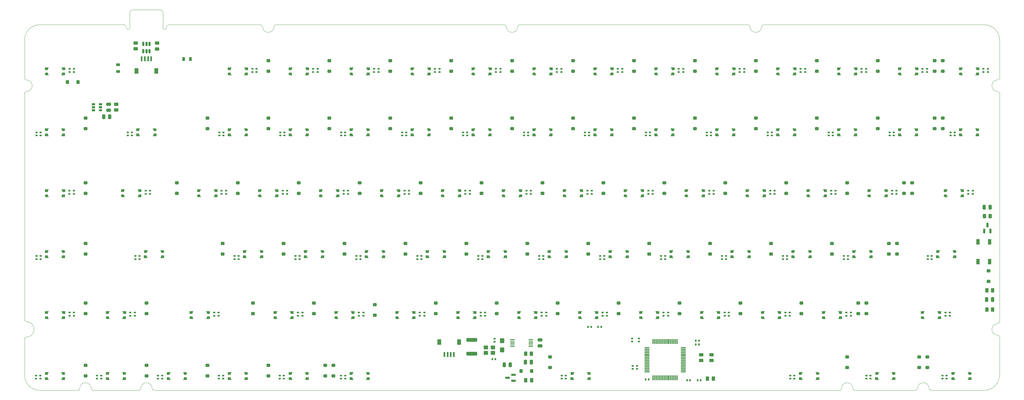
<source format=gtp>
%TF.GenerationSoftware,KiCad,Pcbnew,(6.0.2-0)*%
%TF.CreationDate,2022-05-09T13:33:41+07:00*%
%TF.ProjectId,kb-lone,6b622d6c-6f6e-4652-9e6b-696361645f70,rev?*%
%TF.SameCoordinates,Original*%
%TF.FileFunction,Paste,Top*%
%TF.FilePolarity,Positive*%
%FSLAX46Y46*%
G04 Gerber Fmt 4.6, Leading zero omitted, Abs format (unit mm)*
G04 Created by KiCad (PCBNEW (6.0.2-0)) date 2022-05-09 13:33:41*
%MOMM*%
%LPD*%
G01*
G04 APERTURE LIST*
G04 Aperture macros list*
%AMRoundRect*
0 Rectangle with rounded corners*
0 $1 Rounding radius*
0 $2 $3 $4 $5 $6 $7 $8 $9 X,Y pos of 4 corners*
0 Add a 4 corners polygon primitive as box body*
4,1,4,$2,$3,$4,$5,$6,$7,$8,$9,$2,$3,0*
0 Add four circle primitives for the rounded corners*
1,1,$1+$1,$2,$3*
1,1,$1+$1,$4,$5*
1,1,$1+$1,$6,$7*
1,1,$1+$1,$8,$9*
0 Add four rect primitives between the rounded corners*
20,1,$1+$1,$2,$3,$4,$5,0*
20,1,$1+$1,$4,$5,$6,$7,0*
20,1,$1+$1,$6,$7,$8,$9,0*
20,1,$1+$1,$8,$9,$2,$3,0*%
%AMOutline4P*
0 Free polygon, 4 corners , with rotation*
0 The origin of the aperture is its center*
0 number of corners: always 4*
0 $1 to $8 corner X, Y*
0 $9 Rotation angle, in degrees counterclockwise*
0 create outline with 4 corners*
4,1,4,$1,$2,$3,$4,$5,$6,$7,$8,$1,$2,$9*%
%AMFreePoly0*
4,1,34,0.539142,0.394142,0.545000,0.380000,0.545000,-0.380000,0.542091,-0.387023,0.539183,-0.394101,0.539154,-0.394113,0.539142,-0.394142,0.532183,-0.397025,0.525059,-0.400000,-0.345813,-0.402541,-0.359972,-0.396724,-0.365871,-0.382599,-0.363699,-0.377313,-0.368760,-0.369759,-0.367711,-0.364454,-0.414942,-0.174744,-0.481229,0.014483,-0.564791,0.196743,-0.661662,0.364831,-0.664142,0.365858,
-0.665002,0.367933,-0.666846,0.369219,-0.667839,0.374782,-0.670000,0.380000,-0.669140,0.382076,-0.669535,0.384289,-0.666303,0.388925,-0.664142,0.394142,-0.662067,0.395002,-0.660781,0.396846,-0.655218,0.397839,-0.650000,0.400000,0.525000,0.400000,0.539142,0.394142,0.539142,0.394142,$1*%
%AMFreePoly1*
4,1,32,0.525059,0.400000,0.532183,0.397025,0.539142,0.394142,0.539154,0.394113,0.539183,0.394101,0.542091,0.387023,0.545000,0.380000,0.545000,-0.380000,0.539142,-0.394142,0.525000,-0.400000,-0.650000,-0.400000,-0.664142,-0.394142,-0.670000,-0.380000,-0.664142,-0.365858,-0.650000,-0.360000,-0.639861,-0.360000,-0.627387,-0.335053,-0.633503,-0.326842,-0.631289,-0.311695,-0.627394,-0.308794,
-0.540619,-0.147849,-0.466348,0.024138,-0.407272,0.201919,-0.364878,0.379782,-0.365041,0.380580,-0.365871,0.382599,-0.365592,0.383267,-0.365853,0.384541,-0.363693,0.387815,-0.359972,0.396724,-0.345813,0.402541,0.525059,0.400000,0.525059,0.400000,$1*%
%AMFreePoly2*
4,1,40,0.319736,0.407785,0.429772,0.357533,0.521194,0.278316,0.586594,0.176551,0.620674,0.060484,0.620674,-0.060484,0.586594,-0.176551,0.521194,-0.278316,0.429772,-0.357533,0.319736,-0.407785,0.200000,-0.425000,-0.275000,-0.425000,-0.292678,-0.417678,-0.300000,-0.400000,-0.292678,-0.382322,-0.278880,-0.376607,-0.280099,-0.372951,-0.298540,-0.369290,-0.309176,-0.353385,-0.308174,-0.348337,
-0.354540,-0.159172,-0.418747,0.029739,-0.499175,0.212334,-0.592457,0.382209,-0.592678,0.382301,-0.593020,0.383126,-0.597072,0.386095,-0.598748,0.396955,-0.600000,0.399978,-0.599427,0.401360,-0.599990,0.405006,-0.595222,0.411514,-0.592678,0.417657,-0.589869,0.418820,-0.588682,0.420441,-0.584339,0.421111,-0.575001,0.424979,0.199999,0.425000,0.200000,0.425000,0.319736,0.407785,
0.319736,0.407785,$1*%
%AMFreePoly3*
4,1,32,0.525059,0.400000,0.532183,0.397025,0.539142,0.394142,0.539154,0.394113,0.539183,0.394101,0.542091,0.387023,0.545000,0.380000,0.545000,-0.380000,0.539142,-0.394142,0.525000,-0.400000,-0.650000,-0.400000,-0.664142,-0.394142,-0.670000,-0.380000,-0.664142,-0.365858,-0.650000,-0.360000,-0.639861,-0.360000,-0.627381,-0.335040,-0.633496,-0.326829,-0.631282,-0.311682,-0.627386,-0.308780,
-0.540614,-0.147839,-0.466345,0.024145,-0.407271,0.201922,-0.364878,0.379784,-0.365041,0.380578,-0.365871,0.382599,-0.365592,0.383267,-0.365853,0.384541,-0.363693,0.387815,-0.359972,0.396724,-0.345813,0.402541,0.525059,0.400000,0.525059,0.400000,$1*%
%AMFreePoly4*
4,1,40,0.319736,0.407785,0.429772,0.357533,0.521194,0.278316,0.586594,0.176551,0.620674,0.060484,0.620674,-0.060484,0.586594,-0.176551,0.521194,-0.278316,0.429772,-0.357533,0.319736,-0.407785,0.200000,-0.425000,-0.275000,-0.425000,-0.292678,-0.417678,-0.300000,-0.400000,-0.292678,-0.382322,-0.278880,-0.376607,-0.281459,-0.368870,-0.299294,-0.365363,-0.309958,-0.349475,-0.308965,-0.344426,
-0.355381,-0.156299,-0.419473,0.031598,-0.499618,0.213229,-0.592456,0.382209,-0.592678,0.382301,-0.593020,0.383126,-0.597072,0.386095,-0.598748,0.396955,-0.600000,0.399978,-0.599427,0.401360,-0.599990,0.405006,-0.595222,0.411514,-0.592678,0.417657,-0.589869,0.418820,-0.588682,0.420441,-0.584339,0.421111,-0.575001,0.424979,0.199999,0.425000,0.200000,0.425000,0.319736,0.407785,
0.319736,0.407785,$1*%
G04 Aperture macros list end*
%TA.AperFunction,Profile*%
%ADD10C,0.100000*%
%TD*%
%ADD11FreePoly0,180.000000*%
%ADD12FreePoly1,180.000000*%
%ADD13FreePoly2,0.000000*%
%ADD14FreePoly1,0.000000*%
%ADD15RoundRect,0.250000X0.350000X-0.250000X0.350000X0.250000X-0.350000X0.250000X-0.350000X-0.250000X0*%
%ADD16RoundRect,0.140000X-0.170000X0.140000X-0.170000X-0.140000X0.170000X-0.140000X0.170000X0.140000X0*%
%ADD17FreePoly0,0.000000*%
%ADD18FreePoly3,0.000000*%
%ADD19FreePoly4,180.000000*%
%ADD20FreePoly3,180.000000*%
%ADD21RoundRect,0.140000X0.140000X0.170000X-0.140000X0.170000X-0.140000X-0.170000X0.140000X-0.170000X0*%
%ADD22RoundRect,0.140000X0.170000X-0.140000X0.170000X0.140000X-0.170000X0.140000X-0.170000X-0.140000X0*%
%ADD23FreePoly4,0.000000*%
%ADD24RoundRect,0.200000X-0.537500X0.000000X0.537500X0.000000X0.537500X0.000000X-0.537500X0.000000X0*%
%ADD25R,1.475000X0.400000*%
%ADD26R,0.600000X1.550000*%
%ADD27R,1.200000X1.800000*%
%ADD28R,1.100000X1.800000*%
%ADD29RoundRect,0.150000X0.587500X0.150000X-0.587500X0.150000X-0.587500X-0.150000X0.587500X-0.150000X0*%
%ADD30RoundRect,0.250000X0.450000X-0.262500X0.450000X0.262500X-0.450000X0.262500X-0.450000X-0.262500X0*%
%ADD31RoundRect,0.150000X0.150000X-0.512500X0.150000X0.512500X-0.150000X0.512500X-0.150000X-0.512500X0*%
%ADD32RoundRect,0.250000X0.475000X-0.250000X0.475000X0.250000X-0.475000X0.250000X-0.475000X-0.250000X0*%
%ADD33RoundRect,0.250000X-0.250000X-0.475000X0.250000X-0.475000X0.250000X0.475000X-0.250000X0.475000X0*%
%ADD34RoundRect,0.250000X-0.425000X0.537500X-0.425000X-0.537500X0.425000X-0.537500X0.425000X0.537500X0*%
%ADD35RoundRect,0.250000X-0.262500X-0.450000X0.262500X-0.450000X0.262500X0.450000X-0.262500X0.450000X0*%
%ADD36RoundRect,0.250000X0.250000X0.350000X-0.250000X0.350000X-0.250000X-0.350000X0.250000X-0.350000X0*%
%ADD37RoundRect,0.218750X0.218750X0.381250X-0.218750X0.381250X-0.218750X-0.381250X0.218750X-0.381250X0*%
%ADD38RoundRect,0.150000X0.150000X-0.587500X0.150000X0.587500X-0.150000X0.587500X-0.150000X-0.587500X0*%
%ADD39RoundRect,0.135000X-0.135000X-0.185000X0.135000X-0.185000X0.135000X0.185000X-0.135000X0.185000X0*%
%ADD40RoundRect,0.250000X-0.450000X0.262500X-0.450000X-0.262500X0.450000X-0.262500X0.450000X0.262500X0*%
%ADD41RoundRect,0.140000X-0.140000X-0.170000X0.140000X-0.170000X0.140000X0.170000X-0.140000X0.170000X0*%
%ADD42RoundRect,0.250000X0.262500X0.450000X-0.262500X0.450000X-0.262500X-0.450000X0.262500X-0.450000X0*%
%ADD43RoundRect,0.250000X-1.450000X0.312500X-1.450000X-0.312500X1.450000X-0.312500X1.450000X0.312500X0*%
%ADD44RoundRect,0.325000X0.205000X0.000000X-0.205000X0.000000X-0.205000X0.000000X0.205000X0.000000X0*%
%ADD45R,1.060000X0.650000*%
%ADD46RoundRect,0.218750X-0.381250X0.218750X-0.381250X-0.218750X0.381250X-0.218750X0.381250X0.218750X0*%
%ADD47R,1.400000X1.200000*%
%ADD48RoundRect,0.250000X0.250000X0.475000X-0.250000X0.475000X-0.250000X-0.475000X0.250000X-0.475000X0*%
%ADD49RoundRect,0.150000X-0.625000X0.000000X0.625000X0.000000X0.625000X0.000000X-0.625000X0.000000X0*%
%ADD50Outline4P,-0.775000X-0.150000X0.775000X-0.150000X0.775000X0.150000X-0.775000X0.150000X0.000000*%
%ADD51Outline4P,-0.150000X-0.775000X0.150000X-0.775000X0.150000X0.775000X-0.150000X0.775000X0.000000*%
%ADD52RoundRect,0.135000X0.135000X0.185000X-0.135000X0.185000X-0.135000X-0.185000X0.135000X-0.185000X0*%
G04 APERTURE END LIST*
D10*
X311943750Y-169068750D02*
X330993750Y-169068750D01*
X92868750Y-169068750D02*
X307181250Y-169068750D01*
X52982857Y-152400128D02*
G75*
G03*
X52982857Y-147637624I0J2381252D01*
G01*
X356592487Y-72032513D02*
G75*
G03*
X356592487Y-75604751I0J-1786119D01*
G01*
X97690000Y-54767108D02*
G75*
G03*
X96690000Y-55767106I-1J-999999D01*
G01*
X357187500Y-164306250D02*
X357187500Y-152400000D01*
X356592487Y-148232637D02*
G75*
G03*
X357187500Y-147637500I1J595012D01*
G01*
X52982857Y-75604707D02*
G75*
G03*
X52387500Y-76200000I0J-595357D01*
G01*
X95692892Y-51087104D02*
X95690000Y-55767110D01*
X130968750Y-54768906D02*
G75*
G03*
X130373547Y-55364109I0J-595203D01*
G01*
X57150000Y-169068750D02*
X69056250Y-169068750D01*
X73818750Y-169068750D02*
X88106250Y-169068750D01*
X73223499Y-168473579D02*
G75*
G03*
X69651621Y-168473579I-1785939J0D01*
G01*
X52387500Y-59531250D02*
X52387500Y-71437500D01*
X52387500Y-164306250D02*
G75*
G03*
X57150000Y-169068750I4762500J0D01*
G01*
X84292892Y-55767106D02*
G75*
G03*
X83292895Y-54767107I-999998J1D01*
G01*
X335161219Y-168473579D02*
G75*
G03*
X331589341Y-168473579I-1785939J0D01*
G01*
X126206250Y-54768750D02*
X97690000Y-54767108D01*
X88106250Y-169068892D02*
G75*
G03*
X88701637Y-168473579I74J595313D01*
G01*
X352425000Y-54768750D02*
X283368750Y-54768750D01*
X92273515Y-168473579D02*
G75*
G03*
X88701637Y-168473579I-1785939J0D01*
G01*
X69056250Y-169068892D02*
G75*
G03*
X69651621Y-168473579I57J595314D01*
G01*
X357187500Y-147637500D02*
X357187800Y-76200000D01*
X86287104Y-50087108D02*
X94692896Y-50087108D01*
X85287108Y-51087104D02*
X85292892Y-55767110D01*
X356592487Y-72032513D02*
G75*
G03*
X357187500Y-71437500I1J595012D01*
G01*
X203001733Y-55364109D02*
G75*
G03*
X206573611Y-55364109I1785939J0D01*
G01*
X57150000Y-54768750D02*
G75*
G03*
X52387500Y-59531250I0J-4762500D01*
G01*
X311348841Y-168473579D02*
G75*
G03*
X311943750Y-169068750I595171J0D01*
G01*
X203001779Y-55364109D02*
G75*
G03*
X202406250Y-54768750I-595359J0D01*
G01*
X352425000Y-169068750D02*
G75*
G03*
X357187500Y-164306250I0J4762500D01*
G01*
X95692892Y-51087104D02*
G75*
G03*
X94692896Y-50087108I-999996J0D01*
G01*
X126801715Y-55364109D02*
G75*
G03*
X126206250Y-54768750I-595359J0D01*
G01*
X92273579Y-168473579D02*
G75*
G03*
X92868750Y-169068750I595173J2D01*
G01*
X83292895Y-54767107D02*
X57150000Y-54768750D01*
X279201843Y-55364109D02*
G75*
G03*
X278606250Y-54768750I-595359J0D01*
G01*
X52982857Y-75604751D02*
G75*
G03*
X52982857Y-72032873I0J1785939D01*
G01*
X279201797Y-55364109D02*
G75*
G03*
X282773675Y-55364109I1785939J0D01*
G01*
X335756250Y-169068750D02*
X352425000Y-169068750D01*
X52387544Y-147042311D02*
G75*
G03*
X52982857Y-147637624I595313J0D01*
G01*
X357187500Y-59531250D02*
G75*
G03*
X352425000Y-54768750I-4762500J0D01*
G01*
X357187800Y-76200000D02*
G75*
G03*
X356592487Y-75604751I-595314J-65D01*
G01*
X278606250Y-54768750D02*
X207168750Y-54768750D01*
X357187500Y-71437500D02*
X357187500Y-59531250D01*
X84292892Y-55767106D02*
G75*
G03*
X85292892Y-55767110I500000J-2D01*
G01*
X52982857Y-152400128D02*
G75*
G03*
X52387544Y-152995441I0J-595313D01*
G01*
X330993750Y-169068892D02*
G75*
G03*
X331589341Y-168473579I278J595313D01*
G01*
X356592487Y-148232637D02*
G75*
G03*
X356592487Y-151804815I0J-1786089D01*
G01*
X207168750Y-54768796D02*
G75*
G03*
X206573611Y-55364109I175J-595314D01*
G01*
X86287104Y-50087108D02*
G75*
G03*
X85287108Y-51087104I0J-999996D01*
G01*
X52387500Y-76200000D02*
X52387544Y-147042311D01*
X357187500Y-152400000D02*
G75*
G03*
X356592487Y-151804815I-595012J173D01*
G01*
X126801669Y-55364109D02*
G75*
G03*
X130373547Y-55364109I1785939J0D01*
G01*
X95690000Y-55767110D02*
G75*
G03*
X96690000Y-55767106I500000J2D01*
G01*
X52387544Y-71437500D02*
G75*
G03*
X52982857Y-72032873I595313J-60D01*
G01*
X335161361Y-168473579D02*
G75*
G03*
X335756250Y-169068750I595171J0D01*
G01*
X52387544Y-152995441D02*
X52387500Y-164306250D01*
X283368750Y-54768796D02*
G75*
G03*
X282773675Y-55364109I238J-595313D01*
G01*
X73223641Y-168473579D02*
G75*
G03*
X73818750Y-169068750I595171J0D01*
G01*
X311348699Y-168473579D02*
G75*
G03*
X307776821Y-168473579I-1785939J0D01*
G01*
X202406250Y-54768750D02*
X130968750Y-54768750D01*
X307181250Y-169068892D02*
G75*
G03*
X307776821Y-168473579I258J595313D01*
G01*
D11*
%TO.C,D131*%
X292608000Y-127320000D03*
D12*
X292633400Y-125720000D03*
D13*
X297840400Y-125720000D03*
D14*
X297916600Y-127320000D03*
%TD*%
D15*
%TO.C,D20*%
X300040000Y-87230000D03*
X300040000Y-83930000D03*
%TD*%
%TO.C,D70*%
X161930000Y-145580000D03*
X161930000Y-142280000D03*
%TD*%
D16*
%TO.C,R80*%
X196390000Y-144770000D03*
X196390000Y-145730000D03*
%TD*%
%TO.C,R18*%
X296400000Y-68570000D03*
X296400000Y-69530000D03*
%TD*%
D15*
%TO.C,D40*%
X195260000Y-107490000D03*
X195260000Y-104190000D03*
%TD*%
D17*
%TO.C,D143*%
X338423250Y-144770000D03*
D18*
X338397850Y-146370000D03*
D19*
X333190850Y-146370000D03*
D20*
X333114650Y-144770000D03*
%TD*%
D15*
%TO.C,D84*%
X71430000Y-164580000D03*
X71430000Y-161280000D03*
%TD*%
D17*
%TO.C,D96*%
X140779500Y-68570000D03*
D18*
X140754100Y-70170000D03*
D19*
X135547100Y-70170000D03*
D20*
X135470900Y-68570000D03*
%TD*%
D15*
%TO.C,D41*%
X176200000Y-107490000D03*
X176200000Y-104190000D03*
%TD*%
D21*
%TO.C,C9*%
X199560000Y-159350000D03*
X198600000Y-159350000D03*
%TD*%
D22*
%TO.C,C93*%
X293040000Y-165420000D03*
X293040000Y-164460000D03*
%TD*%
D11*
%TO.C,D158*%
X318801750Y-165420000D03*
D20*
X318827150Y-163820000D03*
D23*
X324034150Y-163820000D03*
D18*
X324110350Y-165420000D03*
%TD*%
D16*
%TO.C,C55*%
X209300000Y-106670000D03*
X209300000Y-107630000D03*
%TD*%
%TO.C,C34*%
X324090000Y-88410000D03*
X324090000Y-89370000D03*
%TD*%
%TO.C,R68*%
X156150000Y-127080000D03*
X156150000Y-128040000D03*
%TD*%
D15*
%TO.C,D37*%
X252410000Y-107490000D03*
X252410000Y-104190000D03*
%TD*%
D16*
%TO.C,C69*%
X214550000Y-127080000D03*
X214550000Y-128040000D03*
%TD*%
D15*
%TO.C,D79*%
X148920000Y-164580000D03*
X148920000Y-161280000D03*
%TD*%
D16*
%TO.C,R36*%
X208540000Y-88410000D03*
X208540000Y-89370000D03*
%TD*%
D15*
%TO.C,D13*%
X166690000Y-69300000D03*
X166690000Y-66000000D03*
%TD*%
D11*
%TO.C,D110*%
X135445500Y-89220000D03*
D20*
X135470900Y-87620000D03*
D23*
X140677900Y-87620000D03*
D18*
X140754100Y-89220000D03*
%TD*%
D24*
%TO.C,U3*%
X204907500Y-153287500D03*
D25*
X204907500Y-153937500D03*
X204907500Y-154587500D03*
X204907500Y-155237500D03*
X210632500Y-155237500D03*
X210632500Y-154587500D03*
X210632500Y-153937500D03*
X210632500Y-153287500D03*
%TD*%
D16*
%TO.C,C72*%
X157410000Y-127080000D03*
X157410000Y-128040000D03*
%TD*%
D22*
%TO.C,C7*%
X242330000Y-153810000D03*
X242330000Y-152850000D03*
%TD*%
D16*
%TO.C,C40*%
X209800000Y-88410000D03*
X209800000Y-89370000D03*
%TD*%
D15*
%TO.C,D28*%
X147640000Y-87230000D03*
X147640000Y-83930000D03*
%TD*%
D16*
%TO.C,R67*%
X175190000Y-127080000D03*
X175190000Y-128040000D03*
%TD*%
%TO.C,C76*%
X57380000Y-127080000D03*
X57380000Y-128040000D03*
%TD*%
%TO.C,C73*%
X138350000Y-127080000D03*
X138350000Y-128040000D03*
%TD*%
D15*
%TO.C,D72*%
X123820000Y-145110000D03*
X123820000Y-141810000D03*
%TD*%
D17*
%TO.C,D117*%
X283654500Y-106670000D03*
D18*
X283629100Y-108270000D03*
D19*
X278422100Y-108270000D03*
D20*
X278345900Y-106670000D03*
%TD*%
D17*
%TO.C,D148*%
X231267000Y-144770000D03*
D18*
X231241600Y-146370000D03*
D19*
X226034600Y-146370000D03*
D20*
X225958400Y-144770000D03*
%TD*%
D16*
%TO.C,C67*%
X252660000Y-127080000D03*
X252660000Y-128040000D03*
%TD*%
%TO.C,R76*%
X272590000Y-144770000D03*
X272590000Y-145730000D03*
%TD*%
%TO.C,C50*%
X304570000Y-106670000D03*
X304570000Y-107630000D03*
%TD*%
D15*
%TO.C,D7*%
X280990000Y-69280000D03*
X280990000Y-65980000D03*
%TD*%
D26*
%TO.C,J2*%
X89000000Y-65375000D03*
X90000000Y-65375000D03*
X91000000Y-65375000D03*
X92000000Y-65375000D03*
D27*
X93600000Y-69250000D03*
X87400000Y-69250000D03*
%TD*%
D15*
%TO.C,D10*%
X223830000Y-69280000D03*
X223830000Y-65980000D03*
%TD*%
D16*
%TO.C,R45*%
X324990000Y-106670000D03*
X324990000Y-107630000D03*
%TD*%
D17*
%TO.C,D119*%
X245554500Y-106670000D03*
D18*
X245529100Y-108270000D03*
D19*
X240322100Y-108270000D03*
D20*
X240245900Y-106670000D03*
%TD*%
D15*
%TO.C,D30*%
X109540000Y-87230000D03*
X109540000Y-83930000D03*
%TD*%
D11*
%TO.C,D111*%
X116395500Y-89220000D03*
D20*
X116420900Y-87620000D03*
D23*
X121627900Y-87620000D03*
D18*
X121704100Y-89220000D03*
%TD*%
D15*
%TO.C,D81*%
X128580000Y-164580000D03*
X128580000Y-161280000D03*
%TD*%
D17*
%TO.C,D123*%
X169354500Y-106670000D03*
D18*
X169329100Y-108270000D03*
D19*
X164122100Y-108270000D03*
D20*
X164045900Y-106670000D03*
%TD*%
D16*
%TO.C,R24*%
X182100000Y-68570000D03*
X182100000Y-69530000D03*
%TD*%
%TO.C,C88*%
X111710000Y-144770000D03*
X111710000Y-145730000D03*
%TD*%
%TO.C,C53*%
X247390000Y-106670000D03*
X247390000Y-107630000D03*
%TD*%
%TO.C,C56*%
X190200000Y-106670000D03*
X190200000Y-107630000D03*
%TD*%
D15*
%TO.C,D58*%
X133350000Y-126480000D03*
X133350000Y-123180000D03*
%TD*%
%TO.C,D29*%
X128580000Y-87230000D03*
X128580000Y-83930000D03*
%TD*%
%TO.C,D74*%
X71430000Y-145110000D03*
X71430000Y-141810000D03*
%TD*%
D17*
%TO.C,D149*%
X212217000Y-144770000D03*
D18*
X212191600Y-146370000D03*
D19*
X206984600Y-146370000D03*
D20*
X206908400Y-144770000D03*
%TD*%
D11*
%TO.C,D159*%
X294989250Y-165420000D03*
D20*
X295014650Y-163820000D03*
D23*
X300221650Y-163820000D03*
D18*
X300297850Y-165420000D03*
%TD*%
D16*
%TO.C,R50*%
X229730000Y-106670000D03*
X229730000Y-107630000D03*
%TD*%
D15*
%TO.C,D3*%
X339420000Y-69280000D03*
X339420000Y-65980000D03*
%TD*%
D16*
%TO.C,R21*%
X239260000Y-68570000D03*
X239260000Y-69530000D03*
%TD*%
%TO.C,C30*%
X142610000Y-68570000D03*
X142610000Y-69530000D03*
%TD*%
%TO.C,R38*%
X170430000Y-88410000D03*
X170430000Y-89370000D03*
%TD*%
D15*
%TO.C,D18*%
X336860000Y-87230000D03*
X336860000Y-83930000D03*
%TD*%
%TO.C,D55*%
X190500000Y-126480000D03*
X190500000Y-123180000D03*
%TD*%
%TO.C,D52*%
X247650000Y-126480000D03*
X247650000Y-123180000D03*
%TD*%
D16*
%TO.C,R81*%
X177350000Y-144770000D03*
X177350000Y-145730000D03*
%TD*%
D11*
%TO.C,D136*%
X197358000Y-127320000D03*
D20*
X197383400Y-125720000D03*
D23*
X202590400Y-125720000D03*
D18*
X202666600Y-127320000D03*
%TD*%
D16*
%TO.C,R33*%
X265680000Y-88410000D03*
X265680000Y-89370000D03*
%TD*%
D22*
%TO.C,C12*%
X243890000Y-162350000D03*
X243890000Y-161390000D03*
%TD*%
%TO.C,R90*%
X220280000Y-165420000D03*
X220280000Y-164460000D03*
%TD*%
D17*
%TO.C,D88*%
X293179500Y-68570000D03*
D18*
X293154100Y-70170000D03*
D19*
X287947100Y-70170000D03*
D20*
X287870900Y-68570000D03*
%TD*%
D16*
%TO.C,C32*%
X66460000Y-68570000D03*
X66460000Y-69530000D03*
%TD*%
D15*
%TO.C,D76*%
X332100000Y-161920000D03*
X332100000Y-158620000D03*
%TD*%
D16*
%TO.C,R31*%
X303780000Y-88410000D03*
X303780000Y-89370000D03*
%TD*%
D15*
%TO.C,D57*%
X152400000Y-126480000D03*
X152400000Y-123180000D03*
%TD*%
D11*
%TO.C,D99*%
X344995500Y-89220000D03*
D20*
X345020900Y-87620000D03*
D23*
X350227900Y-87620000D03*
D18*
X350304100Y-89220000D03*
%TD*%
D16*
%TO.C,R15*%
X353590000Y-68570000D03*
X353590000Y-69530000D03*
%TD*%
D17*
%TO.C,D127*%
X88392000Y-106670000D03*
D18*
X88366600Y-108270000D03*
D19*
X83159600Y-108270000D03*
D20*
X83083400Y-106670000D03*
%TD*%
D17*
%TO.C,D95*%
X159829500Y-68570000D03*
D18*
X159804100Y-70170000D03*
D19*
X154597100Y-70170000D03*
D20*
X154520900Y-68570000D03*
%TD*%
D16*
%TO.C,R29*%
X341890000Y-88410000D03*
X341890000Y-89370000D03*
%TD*%
%TO.C,R25*%
X163060000Y-68570000D03*
X163060000Y-69530000D03*
%TD*%
D28*
%TO.C,SW1*%
X350420000Y-128820000D03*
X350420000Y-122620000D03*
X354120000Y-122620000D03*
X354120000Y-128820000D03*
%TD*%
D15*
%TO.C,D5*%
X319090000Y-69280000D03*
X319090000Y-65980000D03*
%TD*%
D29*
%TO.C,U2*%
X205277500Y-166100000D03*
X205277500Y-164200000D03*
X203402500Y-165150000D03*
%TD*%
D16*
%TO.C,R43*%
X56140000Y-88410000D03*
X56140000Y-89370000D03*
%TD*%
D15*
%TO.C,D71*%
X142880000Y-145110000D03*
X142880000Y-141810000D03*
%TD*%
D11*
%TO.C,D134*%
X235458000Y-127320000D03*
D20*
X235483400Y-125720000D03*
D23*
X240690400Y-125720000D03*
D18*
X240766600Y-127320000D03*
%TD*%
D16*
%TO.C,C59*%
X133090000Y-106670000D03*
X133090000Y-107630000D03*
%TD*%
%TO.C,C23*%
X275950000Y-68570000D03*
X275950000Y-69530000D03*
%TD*%
%TO.C,C70*%
X195510000Y-127080000D03*
X195510000Y-128040000D03*
%TD*%
D15*
%TO.C,D73*%
X90480000Y-145110000D03*
X90480000Y-141810000D03*
%TD*%
D11*
%TO.C,D163*%
X116395500Y-165420000D03*
D20*
X116420900Y-163820000D03*
D23*
X121627900Y-163820000D03*
D18*
X121704100Y-165420000D03*
%TD*%
D16*
%TO.C,R58*%
X67820000Y-106670000D03*
X67820000Y-107630000D03*
%TD*%
D30*
%TO.C,R2*%
X93810000Y-62352500D03*
X93810000Y-60527500D03*
%TD*%
D16*
%TO.C,R46*%
X305920000Y-106670000D03*
X305920000Y-107630000D03*
%TD*%
%TO.C,R64*%
X232360000Y-127080000D03*
X232360000Y-128040000D03*
%TD*%
D22*
%TO.C,R96*%
X55960000Y-165420000D03*
X55960000Y-164460000D03*
%TD*%
D15*
%TO.C,D21*%
X280980000Y-87230000D03*
X280980000Y-83930000D03*
%TD*%
D16*
%TO.C,R51*%
X210670000Y-106670000D03*
X210670000Y-107630000D03*
%TD*%
D31*
%TO.C,U1*%
X89540000Y-63027500D03*
X90490000Y-63027500D03*
X91440000Y-63027500D03*
X91440000Y-60752500D03*
X90490000Y-60752500D03*
X89540000Y-60752500D03*
%TD*%
D16*
%TO.C,C86*%
X156940000Y-144770000D03*
X156940000Y-145730000D03*
%TD*%
D15*
%TO.C,D63*%
X295270000Y-145110000D03*
X295270000Y-141810000D03*
%TD*%
%TO.C,D54*%
X209550000Y-126470000D03*
X209550000Y-123170000D03*
%TD*%
D16*
%TO.C,R28*%
X67810000Y-68570000D03*
X67810000Y-69530000D03*
%TD*%
%TO.C,C85*%
X175950000Y-144770000D03*
X175950000Y-145730000D03*
%TD*%
%TO.C,C45*%
X114530000Y-88410000D03*
X114530000Y-89370000D03*
%TD*%
D17*
%TO.C,D89*%
X274129500Y-68570000D03*
D18*
X274104100Y-70170000D03*
D19*
X268897100Y-70170000D03*
D20*
X268820900Y-68570000D03*
%TD*%
D16*
%TO.C,C84*%
X195030000Y-144770000D03*
X195030000Y-145730000D03*
%TD*%
%TO.C,C10*%
X199300000Y-152940000D03*
X199300000Y-153900000D03*
%TD*%
D11*
%TO.C,D141*%
X90201750Y-127320000D03*
D20*
X90227150Y-125720000D03*
D23*
X95434150Y-125720000D03*
D18*
X95510350Y-127320000D03*
%TD*%
D26*
%TO.C,J3*%
X186640000Y-157865000D03*
X185640000Y-157865000D03*
X184640000Y-157865000D03*
X183640000Y-157865000D03*
D27*
X188240000Y-153990000D03*
X182040000Y-153990000D03*
%TD*%
D16*
%TO.C,C83*%
X214090000Y-144770000D03*
X214090000Y-145730000D03*
%TD*%
D11*
%TO.C,D137*%
X178308000Y-127320000D03*
D20*
X178333400Y-125720000D03*
D23*
X183540400Y-125720000D03*
D18*
X183616600Y-127320000D03*
%TD*%
D17*
%TO.C,D155*%
X83629500Y-144770000D03*
D18*
X83604100Y-146370000D03*
D19*
X78397100Y-146370000D03*
D20*
X78320900Y-144770000D03*
%TD*%
D16*
%TO.C,C41*%
X190750000Y-88410000D03*
X190750000Y-89370000D03*
%TD*%
%TO.C,C48*%
X347390000Y-106670000D03*
X347390000Y-107630000D03*
%TD*%
D22*
%TO.C,R95*%
X75040000Y-165420000D03*
X75040000Y-164460000D03*
%TD*%
D16*
%TO.C,R65*%
X213290000Y-127080000D03*
X213290000Y-128040000D03*
%TD*%
D15*
%TO.C,D42*%
X157160000Y-107490000D03*
X157160000Y-104190000D03*
%TD*%
D11*
%TO.C,D100*%
X325945500Y-89220000D03*
D20*
X325970900Y-87620000D03*
D23*
X331177900Y-87620000D03*
D18*
X331254100Y-89220000D03*
%TD*%
D16*
%TO.C,R26*%
X144010000Y-68570000D03*
X144010000Y-69530000D03*
%TD*%
%TO.C,C75*%
X88350000Y-127080000D03*
X88350000Y-128040000D03*
%TD*%
%TO.C,R57*%
X91630000Y-106670000D03*
X91630000Y-107630000D03*
%TD*%
D15*
%TO.C,D25*%
X204790000Y-87230000D03*
X204790000Y-83930000D03*
%TD*%
%TO.C,D75*%
X334650000Y-161920000D03*
X334650000Y-158620000D03*
%TD*%
D16*
%TO.C,C28*%
X180700000Y-68570000D03*
X180700000Y-69530000D03*
%TD*%
D15*
%TO.C,D66*%
X238120000Y-145110000D03*
X238120000Y-141810000D03*
%TD*%
%TO.C,D39*%
X214310000Y-107480000D03*
X214310000Y-104180000D03*
%TD*%
D22*
%TO.C,C6*%
X244470000Y-153810000D03*
X244470000Y-152850000D03*
%TD*%
D16*
%TO.C,C61*%
X90280000Y-106670000D03*
X90280000Y-107630000D03*
%TD*%
D32*
%TO.C,C17*%
X78660000Y-81527500D03*
X78660000Y-79627500D03*
%TD*%
D16*
%TO.C,C71*%
X176450000Y-127080000D03*
X176450000Y-128040000D03*
%TD*%
D15*
%TO.C,D44*%
X119060000Y-107480000D03*
X119060000Y-104180000D03*
%TD*%
D16*
%TO.C,R86*%
X67810000Y-144770000D03*
X67810000Y-145730000D03*
%TD*%
%TO.C,C79*%
X290260000Y-144770000D03*
X290260000Y-145730000D03*
%TD*%
%TO.C,C65*%
X290780000Y-127080000D03*
X290780000Y-128040000D03*
%TD*%
D33*
%TO.C,C5*%
X208970000Y-160220000D03*
X210870000Y-160220000D03*
%TD*%
D34*
%TO.C,C13*%
X201690000Y-153570000D03*
X201690000Y-156445000D03*
%TD*%
D17*
%TO.C,D156*%
X64579500Y-144770000D03*
D18*
X64554100Y-146370000D03*
D19*
X59347100Y-146370000D03*
D20*
X59270900Y-144770000D03*
%TD*%
D11*
%TO.C,D165*%
X78295500Y-165420000D03*
D20*
X78320900Y-163820000D03*
D23*
X83527900Y-163820000D03*
D18*
X83604100Y-165420000D03*
%TD*%
D16*
%TO.C,R85*%
X86850000Y-144770000D03*
X86850000Y-145730000D03*
%TD*%
D15*
%TO.C,D26*%
X185740000Y-87230000D03*
X185740000Y-83930000D03*
%TD*%
%TO.C,D11*%
X204780000Y-69280000D03*
X204780000Y-65980000D03*
%TD*%
D16*
%TO.C,R79*%
X215450000Y-144770000D03*
X215450000Y-145730000D03*
%TD*%
D17*
%TO.C,D151*%
X174117000Y-144770000D03*
D18*
X174091600Y-146370000D03*
D19*
X168884600Y-146370000D03*
D20*
X168808400Y-144770000D03*
%TD*%
D22*
%TO.C,C100*%
X57290000Y-165420000D03*
X57290000Y-164460000D03*
%TD*%
D16*
%TO.C,C60*%
X113990000Y-106670000D03*
X113990000Y-107630000D03*
%TD*%
D15*
%TO.C,D32*%
X329890000Y-107480000D03*
X329890000Y-104180000D03*
%TD*%
%TO.C,D64*%
X276230000Y-145110000D03*
X276230000Y-141810000D03*
%TD*%
D35*
%TO.C,R7*%
X209027500Y-157630000D03*
X210852500Y-157630000D03*
%TD*%
%TO.C,R3*%
X352447500Y-114600000D03*
X354272500Y-114600000D03*
%TD*%
D16*
%TO.C,R72*%
X56130000Y-127080000D03*
X56130000Y-128040000D03*
%TD*%
D22*
%TO.C,C95*%
X152680000Y-165440000D03*
X152680000Y-164480000D03*
%TD*%
D17*
%TO.C,D93*%
X197929500Y-68570000D03*
D18*
X197904100Y-70170000D03*
D19*
X192697100Y-70170000D03*
D20*
X192620900Y-68570000D03*
%TD*%
D16*
%TO.C,R83*%
X139250000Y-144770000D03*
X139250000Y-145730000D03*
%TD*%
D22*
%TO.C,C92*%
X316830000Y-165420000D03*
X316830000Y-164460000D03*
%TD*%
D15*
%TO.C,D48*%
X322570000Y-126470000D03*
X322570000Y-123170000D03*
%TD*%
D17*
%TO.C,D125*%
X131254500Y-106670000D03*
D18*
X131229100Y-108270000D03*
D19*
X126022100Y-108270000D03*
D20*
X125945900Y-106670000D03*
%TD*%
D15*
%TO.C,D45*%
X100010000Y-107480000D03*
X100010000Y-104180000D03*
%TD*%
D11*
%TO.C,D113*%
X59245500Y-89220000D03*
D20*
X59270900Y-87620000D03*
D23*
X64477900Y-87620000D03*
D18*
X64554100Y-89220000D03*
%TD*%
D11*
%TO.C,D140*%
X121158000Y-127320000D03*
D20*
X121183400Y-125720000D03*
D23*
X126390400Y-125720000D03*
D18*
X126466600Y-127320000D03*
%TD*%
D17*
%TO.C,D122*%
X188404500Y-106670000D03*
D18*
X188379100Y-108270000D03*
D19*
X183172100Y-108270000D03*
D20*
X183095900Y-106670000D03*
%TD*%
D36*
%TO.C,D16*%
X69110000Y-72700000D03*
X65810000Y-72700000D03*
%TD*%
D16*
%TO.C,C89*%
X85470000Y-144770000D03*
X85470000Y-145730000D03*
%TD*%
%TO.C,C20*%
X333130000Y-68570000D03*
X333130000Y-69530000D03*
%TD*%
%TO.C,R40*%
X132330000Y-88410000D03*
X132330000Y-89370000D03*
%TD*%
%TO.C,R73*%
X341640000Y-144770000D03*
X341640000Y-145730000D03*
%TD*%
D15*
%TO.C,D69*%
X180980000Y-145110000D03*
X180980000Y-141810000D03*
%TD*%
D22*
%TO.C,C99*%
X76350000Y-165420000D03*
X76350000Y-164460000D03*
%TD*%
D11*
%TO.C,D162*%
X135445500Y-165420000D03*
D20*
X135470900Y-163820000D03*
D23*
X140677900Y-163820000D03*
D18*
X140754100Y-165420000D03*
%TD*%
D11*
%TO.C,D107*%
X192595500Y-89220000D03*
D20*
X192620900Y-87620000D03*
D23*
X197827900Y-87620000D03*
D18*
X197904100Y-89220000D03*
%TD*%
D16*
%TO.C,C49*%
X323580000Y-106670000D03*
X323580000Y-107630000D03*
%TD*%
D15*
%TO.C,D35*%
X290510000Y-107480000D03*
X290510000Y-104180000D03*
%TD*%
D16*
%TO.C,C36*%
X285980000Y-88410000D03*
X285980000Y-89370000D03*
%TD*%
D21*
%TO.C,C14*%
X247510000Y-165670000D03*
X246550000Y-165670000D03*
%TD*%
D15*
%TO.C,D19*%
X319090000Y-87230000D03*
X319090000Y-83930000D03*
%TD*%
D17*
%TO.C,D86*%
X331279500Y-68570000D03*
D18*
X331254100Y-70170000D03*
D19*
X326047100Y-70170000D03*
D20*
X325970900Y-68570000D03*
%TD*%
D16*
%TO.C,C35*%
X305030000Y-88410000D03*
X305030000Y-89370000D03*
%TD*%
D11*
%TO.C,D142*%
X59245500Y-127320000D03*
D20*
X59270900Y-125720000D03*
D23*
X64477900Y-125720000D03*
D18*
X64554100Y-127320000D03*
%TD*%
D16*
%TO.C,C27*%
X199750000Y-68570000D03*
X199750000Y-69530000D03*
%TD*%
%TO.C,C90*%
X66440000Y-144770000D03*
X66440000Y-145730000D03*
%TD*%
D15*
%TO.C,D36*%
X271410000Y-107480000D03*
X271410000Y-104180000D03*
%TD*%
%TO.C,D46*%
X71440000Y-107490000D03*
X71440000Y-104190000D03*
%TD*%
D17*
%TO.C,D146*%
X269367000Y-144770000D03*
D18*
X269341600Y-146370000D03*
D19*
X264134600Y-146370000D03*
D20*
X264058400Y-144770000D03*
%TD*%
D32*
%TO.C,C3*%
X213550000Y-155190000D03*
X213550000Y-153290000D03*
%TD*%
D37*
%TO.C,FB2*%
X104272500Y-65490000D03*
X102147500Y-65490000D03*
%TD*%
D22*
%TO.C,R92*%
X132160000Y-165420000D03*
X132160000Y-164460000D03*
%TD*%
D35*
%TO.C,R5*%
X353207500Y-143830000D03*
X355032500Y-143830000D03*
%TD*%
D16*
%TO.C,R75*%
X291640000Y-144770000D03*
X291640000Y-145730000D03*
%TD*%
D17*
%TO.C,D114*%
X345567000Y-106670000D03*
D18*
X345541600Y-108270000D03*
D19*
X340334600Y-108270000D03*
D20*
X340258400Y-106670000D03*
%TD*%
D22*
%TO.C,C91*%
X340660000Y-165420000D03*
X340660000Y-164460000D03*
%TD*%
D16*
%TO.C,R47*%
X286880000Y-106670000D03*
X286880000Y-107630000D03*
%TD*%
%TO.C,R84*%
X113040000Y-144770000D03*
X113040000Y-145730000D03*
%TD*%
D15*
%TO.C,D15*%
X128590000Y-69280000D03*
X128590000Y-65980000D03*
%TD*%
%TO.C,D53*%
X228600000Y-126480000D03*
X228600000Y-123180000D03*
%TD*%
D33*
%TO.C,C2*%
X353140000Y-140710000D03*
X355040000Y-140710000D03*
%TD*%
D16*
%TO.C,C37*%
X266950000Y-88410000D03*
X266950000Y-89370000D03*
%TD*%
%TO.C,C81*%
X252140000Y-144770000D03*
X252140000Y-145730000D03*
%TD*%
D15*
%TO.C,D61*%
X315600000Y-145110000D03*
X315600000Y-141810000D03*
%TD*%
D17*
%TO.C,D124*%
X150304500Y-106670000D03*
D18*
X150279100Y-108270000D03*
D19*
X145072100Y-108270000D03*
D20*
X144995900Y-106670000D03*
%TD*%
D16*
%TO.C,C39*%
X228830000Y-88410000D03*
X228830000Y-89370000D03*
%TD*%
D15*
%TO.C,D59*%
X114300000Y-126470000D03*
X114300000Y-123170000D03*
%TD*%
D38*
%TO.C,Q1*%
X352420000Y-119237500D03*
X354320000Y-119237500D03*
X353370000Y-117362500D03*
%TD*%
D11*
%TO.C,D157*%
X342614250Y-165420000D03*
D20*
X342639650Y-163820000D03*
D23*
X347846650Y-163820000D03*
D18*
X347922850Y-165420000D03*
%TD*%
D17*
%TO.C,D154*%
X109823250Y-144770000D03*
D18*
X109797850Y-146370000D03*
D19*
X104590850Y-146370000D03*
D20*
X104514650Y-144770000D03*
%TD*%
D16*
%TO.C,C62*%
X66430000Y-106670000D03*
X66430000Y-107630000D03*
%TD*%
%TO.C,R34*%
X246640000Y-88410000D03*
X246640000Y-89370000D03*
%TD*%
D11*
%TO.C,D138*%
X159258000Y-127320000D03*
D20*
X159283400Y-125720000D03*
D23*
X164490400Y-125720000D03*
D18*
X164566600Y-127320000D03*
%TD*%
D11*
%TO.C,D139*%
X140208000Y-127320000D03*
D20*
X140233400Y-125720000D03*
D23*
X145440400Y-125720000D03*
D18*
X145516600Y-127320000D03*
%TD*%
D11*
%TO.C,D112*%
X87820500Y-89220000D03*
D20*
X87845900Y-87620000D03*
D23*
X93052900Y-87620000D03*
D18*
X93129100Y-89220000D03*
%TD*%
D33*
%TO.C,C4*%
X202330000Y-161060000D03*
X204230000Y-161060000D03*
%TD*%
D17*
%TO.C,D118*%
X264604500Y-106670000D03*
D18*
X264579100Y-108270000D03*
D19*
X259372100Y-108270000D03*
D20*
X259295900Y-106670000D03*
%TD*%
D16*
%TO.C,C78*%
X309310000Y-144770000D03*
X309310000Y-145730000D03*
%TD*%
D11*
%TO.C,D161*%
X154495500Y-165440000D03*
D20*
X154520900Y-163840000D03*
D23*
X159727900Y-163840000D03*
D18*
X159804100Y-165440000D03*
%TD*%
D17*
%TO.C,D144*%
X307467000Y-144770000D03*
D18*
X307441600Y-146370000D03*
D19*
X302234600Y-146370000D03*
D20*
X302158400Y-144770000D03*
%TD*%
D15*
%TO.C,D9*%
X242890000Y-69290000D03*
X242890000Y-65990000D03*
%TD*%
D16*
%TO.C,R70*%
X118050000Y-127080000D03*
X118050000Y-128040000D03*
%TD*%
%TO.C,C19*%
X352160000Y-68570000D03*
X352160000Y-69530000D03*
%TD*%
%TO.C,C63*%
X336010000Y-127080000D03*
X336010000Y-128040000D03*
%TD*%
D17*
%TO.C,D94*%
X178879500Y-68570000D03*
D18*
X178854100Y-70170000D03*
D19*
X173647100Y-70170000D03*
D20*
X173570900Y-68570000D03*
%TD*%
D15*
%TO.C,D60*%
X71440000Y-126480000D03*
X71440000Y-123180000D03*
%TD*%
%TO.C,D22*%
X261930000Y-87230000D03*
X261930000Y-83930000D03*
%TD*%
D39*
%TO.C,R13*%
X262230000Y-154750000D03*
X263250000Y-154750000D03*
%TD*%
D15*
%TO.C,D68*%
X200020000Y-145110000D03*
X200020000Y-141810000D03*
%TD*%
%TO.C,D31*%
X71430000Y-87230000D03*
X71430000Y-83930000D03*
%TD*%
D16*
%TO.C,C77*%
X340300000Y-144770000D03*
X340300000Y-145730000D03*
%TD*%
%TO.C,C57*%
X171200000Y-106670000D03*
X171200000Y-107630000D03*
%TD*%
D15*
%TO.C,D34*%
X309520000Y-107480000D03*
X309520000Y-104180000D03*
%TD*%
%TO.C,D77*%
X309560000Y-161920000D03*
X309560000Y-158620000D03*
%TD*%
D16*
%TO.C,R54*%
X153510000Y-106670000D03*
X153510000Y-107630000D03*
%TD*%
D40*
%TO.C,R11*%
X267120000Y-157927500D03*
X267120000Y-159752500D03*
%TD*%
D16*
%TO.C,C74*%
X119300000Y-127080000D03*
X119300000Y-128040000D03*
%TD*%
D17*
%TO.C,D90*%
X255079500Y-68570000D03*
D18*
X255054100Y-70170000D03*
D19*
X249847100Y-70170000D03*
D20*
X249770900Y-68570000D03*
%TD*%
D36*
%TO.C,D2*%
X210890000Y-163050000D03*
X207590000Y-163050000D03*
%TD*%
D11*
%TO.C,D135*%
X216408000Y-127320000D03*
D20*
X216433400Y-125720000D03*
D23*
X221640400Y-125720000D03*
D18*
X221716600Y-127320000D03*
%TD*%
D16*
%TO.C,R48*%
X267830000Y-106670000D03*
X267830000Y-107630000D03*
%TD*%
D22*
%TO.C,R91*%
X151340000Y-165440000D03*
X151340000Y-164480000D03*
%TD*%
D16*
%TO.C,C58*%
X152150000Y-106670000D03*
X152150000Y-107630000D03*
%TD*%
D11*
%TO.C,D166*%
X59245500Y-165420000D03*
D20*
X59270900Y-163820000D03*
D23*
X64477900Y-163820000D03*
D18*
X64554100Y-165420000D03*
%TD*%
D22*
%TO.C,R93*%
X113130000Y-165420000D03*
X113130000Y-164460000D03*
%TD*%
D17*
%TO.C,D87*%
X312229500Y-68570000D03*
D18*
X312204100Y-70170000D03*
D19*
X306997100Y-70170000D03*
D20*
X306920900Y-68570000D03*
%TD*%
D15*
%TO.C,D78*%
X216710000Y-161920000D03*
X216710000Y-158620000D03*
%TD*%
D16*
%TO.C,R61*%
X289520000Y-127080000D03*
X289520000Y-128040000D03*
%TD*%
D15*
%TO.C,D49*%
X304800000Y-126480000D03*
X304800000Y-123180000D03*
%TD*%
D17*
%TO.C,D150*%
X193167000Y-144770000D03*
D18*
X193141600Y-146370000D03*
D19*
X187934600Y-146370000D03*
D20*
X187858400Y-144770000D03*
%TD*%
D16*
%TO.C,C54*%
X228360000Y-106670000D03*
X228360000Y-107630000D03*
%TD*%
D21*
%TO.C,C16*%
X263740000Y-165890000D03*
X262780000Y-165890000D03*
%TD*%
D35*
%TO.C,R8*%
X265867500Y-165380000D03*
X267692500Y-165380000D03*
%TD*%
D17*
%TO.C,D97*%
X121729500Y-68570000D03*
D18*
X121704100Y-70170000D03*
D19*
X116497100Y-70170000D03*
D20*
X116420900Y-68570000D03*
%TD*%
D41*
%TO.C,C8*%
X262250000Y-153520000D03*
X263210000Y-153520000D03*
%TD*%
D15*
%TO.C,D82*%
X109530000Y-164580000D03*
X109530000Y-161280000D03*
%TD*%
%TO.C,D1*%
X353730000Y-135020000D03*
X353730000Y-131720000D03*
%TD*%
%TO.C,D50*%
X285750000Y-126480000D03*
X285750000Y-123180000D03*
%TD*%
D35*
%TO.C,R4*%
X353207500Y-137830000D03*
X355032500Y-137830000D03*
%TD*%
D17*
%TO.C,D128*%
X64579500Y-106670000D03*
D18*
X64554100Y-108270000D03*
D19*
X59347100Y-108270000D03*
D20*
X59270900Y-106670000D03*
%TD*%
D16*
%TO.C,R55*%
X134490000Y-106670000D03*
X134490000Y-107630000D03*
%TD*%
%TO.C,C38*%
X247890000Y-88410000D03*
X247890000Y-89370000D03*
%TD*%
D15*
%TO.C,D51*%
X266700000Y-126490000D03*
X266700000Y-123190000D03*
%TD*%
D11*
%TO.C,D102*%
X287845500Y-89220000D03*
D20*
X287870900Y-87620000D03*
D23*
X293077900Y-87620000D03*
D18*
X293154100Y-89220000D03*
%TD*%
D17*
%TO.C,D98*%
X64579500Y-68570000D03*
D18*
X64554100Y-70170000D03*
D19*
X59347100Y-70170000D03*
D20*
X59270900Y-68570000D03*
%TD*%
D15*
%TO.C,D62*%
X313050000Y-145110000D03*
X313050000Y-141810000D03*
%TD*%
D17*
%TO.C,D92*%
X216979500Y-68570000D03*
D18*
X216954100Y-70170000D03*
D19*
X211747100Y-70170000D03*
D20*
X211670900Y-68570000D03*
%TD*%
D15*
%TO.C,D47*%
X325130000Y-126470000D03*
X325130000Y-123170000D03*
%TD*%
D16*
%TO.C,C29*%
X161630000Y-68570000D03*
X161630000Y-69530000D03*
%TD*%
%TO.C,C80*%
X271250000Y-144770000D03*
X271250000Y-145730000D03*
%TD*%
D42*
%TO.C,R6*%
X210892500Y-165880000D03*
X209067500Y-165880000D03*
%TD*%
D16*
%TO.C,R27*%
X124930000Y-68570000D03*
X124930000Y-69530000D03*
%TD*%
%TO.C,C43*%
X152620000Y-88410000D03*
X152620000Y-89370000D03*
%TD*%
D17*
%TO.C,D147*%
X250317000Y-144770000D03*
D18*
X250291600Y-146370000D03*
D19*
X245084600Y-146370000D03*
D20*
X245008400Y-144770000D03*
%TD*%
D17*
%TO.C,D126*%
X112204500Y-106670000D03*
D18*
X112179100Y-108270000D03*
D19*
X106972100Y-108270000D03*
D20*
X106895900Y-106670000D03*
%TD*%
D15*
%TO.C,D24*%
X223840000Y-87230000D03*
X223840000Y-83930000D03*
%TD*%
D16*
%TO.C,R41*%
X113280000Y-88410000D03*
X113280000Y-89370000D03*
%TD*%
%TO.C,R42*%
X84670000Y-88410000D03*
X84670000Y-89370000D03*
%TD*%
%TO.C,R74*%
X310700000Y-144770000D03*
X310700000Y-145730000D03*
%TD*%
%TO.C,R82*%
X158300000Y-144770000D03*
X158300000Y-145730000D03*
%TD*%
%TO.C,C22*%
X294970000Y-68570000D03*
X294970000Y-69530000D03*
%TD*%
D15*
%TO.C,D33*%
X327340000Y-107480000D03*
X327340000Y-104180000D03*
%TD*%
%TO.C,D67*%
X219080000Y-145110000D03*
X219080000Y-141810000D03*
%TD*%
D16*
%TO.C,C64*%
X309820000Y-127080000D03*
X309820000Y-128040000D03*
%TD*%
%TO.C,R60*%
X308560000Y-127080000D03*
X308560000Y-128040000D03*
%TD*%
%TO.C,R23*%
X201140000Y-68570000D03*
X201140000Y-69530000D03*
%TD*%
D11*
%TO.C,D109*%
X154495500Y-89220000D03*
D20*
X154520900Y-87620000D03*
D23*
X159727900Y-87620000D03*
D18*
X159804100Y-89220000D03*
%TD*%
D16*
%TO.C,R19*%
X277350000Y-68570000D03*
X277350000Y-69530000D03*
%TD*%
D43*
%TO.C,F1*%
X192200000Y-153332500D03*
X192200000Y-157607500D03*
%TD*%
D22*
%TO.C,C11*%
X242460000Y-162350000D03*
X242460000Y-161390000D03*
%TD*%
D16*
%TO.C,R59*%
X334750000Y-127080000D03*
X334750000Y-128040000D03*
%TD*%
%TO.C,R69*%
X137090000Y-127080000D03*
X137090000Y-128040000D03*
%TD*%
D15*
%TO.C,D65*%
X257180000Y-145110000D03*
X257180000Y-141810000D03*
%TD*%
D17*
%TO.C,D85*%
X350329500Y-68570000D03*
D18*
X350304100Y-70170000D03*
D19*
X345097100Y-70170000D03*
D20*
X345020900Y-68570000D03*
%TD*%
D11*
%TO.C,D130*%
X311658000Y-127320000D03*
D20*
X311683400Y-125720000D03*
D23*
X316890400Y-125720000D03*
D18*
X316966600Y-127320000D03*
%TD*%
D15*
%TO.C,D80*%
X146360000Y-164580000D03*
X146360000Y-161280000D03*
%TD*%
D17*
%TO.C,D116*%
X302704500Y-106670000D03*
D18*
X302679100Y-108270000D03*
D19*
X297472100Y-108270000D03*
D20*
X297395900Y-106670000D03*
%TD*%
D16*
%TO.C,R62*%
X270460000Y-127080000D03*
X270460000Y-128040000D03*
%TD*%
D40*
%TO.C,R14*%
X81050000Y-79627500D03*
X81050000Y-81452500D03*
%TD*%
D30*
%TO.C,R1*%
X87140000Y-62322500D03*
X87140000Y-60497500D03*
%TD*%
D15*
%TO.C,D17*%
X339410000Y-87230000D03*
X339410000Y-83930000D03*
%TD*%
D33*
%TO.C,C18*%
X77110000Y-83570000D03*
X79010000Y-83570000D03*
%TD*%
D17*
%TO.C,D145*%
X288417000Y-144770000D03*
D18*
X288391600Y-146370000D03*
D19*
X283184600Y-146370000D03*
D20*
X283108400Y-144770000D03*
%TD*%
D16*
%TO.C,C21*%
X314010000Y-68570000D03*
X314010000Y-69530000D03*
%TD*%
%TO.C,R20*%
X258300000Y-68570000D03*
X258300000Y-69530000D03*
%TD*%
D22*
%TO.C,R88*%
X315530000Y-165420000D03*
X315530000Y-164460000D03*
%TD*%
D15*
%TO.C,D12*%
X185740000Y-69280000D03*
X185740000Y-65980000D03*
%TD*%
D17*
%TO.C,D153*%
X136017000Y-144770000D03*
D18*
X135991600Y-146370000D03*
D19*
X130784600Y-146370000D03*
D20*
X130708400Y-144770000D03*
%TD*%
D15*
%TO.C,D83*%
X90480000Y-164580000D03*
X90480000Y-161280000D03*
%TD*%
%TO.C,D27*%
X166690000Y-87230000D03*
X166690000Y-83930000D03*
%TD*%
D16*
%TO.C,C42*%
X171690000Y-88410000D03*
X171690000Y-89370000D03*
%TD*%
D15*
%TO.C,D4*%
X336860000Y-69280000D03*
X336860000Y-65980000D03*
%TD*%
%TO.C,D56*%
X171450000Y-126470000D03*
X171450000Y-123170000D03*
%TD*%
D16*
%TO.C,R16*%
X334510000Y-68570000D03*
X334510000Y-69530000D03*
%TD*%
D11*
%TO.C,D103*%
X268795500Y-89220000D03*
D20*
X268820900Y-87620000D03*
D23*
X274027900Y-87620000D03*
D18*
X274104100Y-89220000D03*
%TD*%
D22*
%TO.C,C96*%
X133480000Y-165420000D03*
X133480000Y-164460000D03*
%TD*%
D16*
%TO.C,C33*%
X343150000Y-88410000D03*
X343150000Y-89370000D03*
%TD*%
D44*
%TO.C,U5*%
X76160000Y-81527500D03*
D45*
X76160000Y-80577500D03*
X76160000Y-79627500D03*
X73960000Y-79627500D03*
X73960000Y-80577500D03*
X73960000Y-81527500D03*
%TD*%
D16*
%TO.C,R66*%
X194250000Y-127080000D03*
X194250000Y-128040000D03*
%TD*%
D15*
%TO.C,D6*%
X300040000Y-69280000D03*
X300040000Y-65980000D03*
%TD*%
D16*
%TO.C,R32*%
X284730000Y-88410000D03*
X284730000Y-89370000D03*
%TD*%
D21*
%TO.C,C15*%
X260460000Y-165900000D03*
X259500000Y-165900000D03*
%TD*%
D16*
%TO.C,C82*%
X233100000Y-144770000D03*
X233100000Y-145730000D03*
%TD*%
%TO.C,C66*%
X271720000Y-127080000D03*
X271720000Y-128040000D03*
%TD*%
%TO.C,C87*%
X137830000Y-144770000D03*
X137830000Y-145730000D03*
%TD*%
D40*
%TO.C,R12*%
X263880000Y-157927500D03*
X263880000Y-159752500D03*
%TD*%
D16*
%TO.C,R22*%
X220200000Y-68570000D03*
X220200000Y-69530000D03*
%TD*%
%TO.C,R53*%
X172580000Y-106670000D03*
X172580000Y-107630000D03*
%TD*%
%TO.C,R44*%
X348810000Y-106670000D03*
X348810000Y-107630000D03*
%TD*%
%TO.C,C46*%
X85930000Y-88410000D03*
X85930000Y-89370000D03*
%TD*%
D22*
%TO.C,R87*%
X339340000Y-165420000D03*
X339340000Y-164460000D03*
%TD*%
D17*
%TO.C,D152*%
X155067000Y-144770000D03*
D18*
X155041600Y-146370000D03*
D19*
X149834600Y-146370000D03*
D20*
X149758400Y-144770000D03*
%TD*%
D22*
%TO.C,C97*%
X114450000Y-165420000D03*
X114450000Y-164460000D03*
%TD*%
D11*
%TO.C,D106*%
X211645500Y-89220000D03*
D20*
X211670900Y-87620000D03*
D23*
X216877900Y-87620000D03*
D18*
X216954100Y-89220000D03*
%TD*%
D15*
%TO.C,D14*%
X147630000Y-69290000D03*
X147630000Y-65990000D03*
%TD*%
D16*
%TO.C,R39*%
X151370000Y-88410000D03*
X151370000Y-89370000D03*
%TD*%
%TO.C,R30*%
X322830000Y-88410000D03*
X322830000Y-89370000D03*
%TD*%
D46*
%TO.C,FB1*%
X81650000Y-67257500D03*
X81650000Y-69382500D03*
%TD*%
D16*
%TO.C,C31*%
X123590000Y-68570000D03*
X123590000Y-69530000D03*
%TD*%
D11*
%TO.C,D108*%
X173545500Y-89220000D03*
D20*
X173570900Y-87620000D03*
D23*
X178777900Y-87620000D03*
D18*
X178854100Y-89220000D03*
%TD*%
D16*
%TO.C,C68*%
X233620000Y-127080000D03*
X233620000Y-128040000D03*
%TD*%
%TO.C,R71*%
X87090000Y-127080000D03*
X87090000Y-128040000D03*
%TD*%
D15*
%TO.C,D23*%
X242890000Y-87230000D03*
X242890000Y-83930000D03*
%TD*%
D16*
%TO.C,R63*%
X251400000Y-127080000D03*
X251400000Y-128040000D03*
%TD*%
%TO.C,C51*%
X285500000Y-106670000D03*
X285500000Y-107630000D03*
%TD*%
D11*
%TO.C,D104*%
X249745500Y-89220000D03*
D20*
X249770900Y-87620000D03*
D23*
X254977900Y-87620000D03*
D18*
X255054100Y-89220000D03*
%TD*%
D16*
%TO.C,C47*%
X57400000Y-88410000D03*
X57400000Y-89370000D03*
%TD*%
%TO.C,R52*%
X191630000Y-106670000D03*
X191630000Y-107630000D03*
%TD*%
%TO.C,R77*%
X253550000Y-144770000D03*
X253550000Y-145730000D03*
%TD*%
%TO.C,R37*%
X189490000Y-88410000D03*
X189490000Y-89370000D03*
%TD*%
D11*
%TO.C,D105*%
X230695500Y-89220000D03*
D20*
X230720900Y-87620000D03*
D23*
X235927900Y-87620000D03*
D18*
X236004100Y-89220000D03*
%TD*%
D22*
%TO.C,C94*%
X221590000Y-165420000D03*
X221590000Y-164460000D03*
%TD*%
%TO.C,C98*%
X95410000Y-165420000D03*
X95410000Y-164460000D03*
%TD*%
D16*
%TO.C,R35*%
X227580000Y-88410000D03*
X227580000Y-89370000D03*
%TD*%
%TO.C,R56*%
X115430000Y-106670000D03*
X115430000Y-107630000D03*
%TD*%
D15*
%TO.C,D38*%
X233370000Y-107480000D03*
X233370000Y-104180000D03*
%TD*%
D22*
%TO.C,R89*%
X291730000Y-165420000D03*
X291730000Y-164460000D03*
%TD*%
D11*
%TO.C,D132*%
X273558000Y-127320000D03*
D20*
X273583400Y-125720000D03*
D23*
X278790400Y-125720000D03*
D18*
X278866600Y-127320000D03*
%TD*%
D16*
%TO.C,R17*%
X315440000Y-68570000D03*
X315440000Y-69530000D03*
%TD*%
%TO.C,C44*%
X133590000Y-88410000D03*
X133590000Y-89370000D03*
%TD*%
%TO.C,R49*%
X248770000Y-106670000D03*
X248770000Y-107630000D03*
%TD*%
D17*
%TO.C,D115*%
X321754500Y-106670000D03*
D18*
X321729100Y-108270000D03*
D19*
X316522100Y-108270000D03*
D20*
X316445900Y-106670000D03*
%TD*%
D16*
%TO.C,C25*%
X237840000Y-68570000D03*
X237840000Y-69530000D03*
%TD*%
D47*
%TO.C,Y1*%
X196610000Y-157360000D03*
X198810000Y-157360000D03*
X198810000Y-155660000D03*
X196610000Y-155660000D03*
%TD*%
D11*
%TO.C,D129*%
X337851750Y-127320000D03*
D20*
X337877150Y-125720000D03*
D23*
X343084150Y-125720000D03*
D18*
X343160350Y-127320000D03*
%TD*%
D39*
%TO.C,R10*%
X228550000Y-149200000D03*
X229570000Y-149200000D03*
%TD*%
D11*
%TO.C,D164*%
X97345500Y-165420000D03*
D20*
X97370900Y-163820000D03*
D23*
X102577900Y-163820000D03*
D18*
X102654100Y-165420000D03*
%TD*%
D17*
%TO.C,D121*%
X207454500Y-106670000D03*
D18*
X207429100Y-108270000D03*
D19*
X202222100Y-108270000D03*
D20*
X202145900Y-106670000D03*
%TD*%
D17*
%TO.C,D120*%
X226504500Y-106670000D03*
D18*
X226479100Y-108270000D03*
D19*
X221272100Y-108270000D03*
D20*
X221195900Y-106670000D03*
%TD*%
D16*
%TO.C,C24*%
X256900000Y-68570000D03*
X256900000Y-69530000D03*
%TD*%
D48*
%TO.C,C1*%
X354280000Y-111830000D03*
X352380000Y-111830000D03*
%TD*%
D11*
%TO.C,D101*%
X306895500Y-89220000D03*
D20*
X306920900Y-87620000D03*
D23*
X312127900Y-87620000D03*
D18*
X312204100Y-89220000D03*
%TD*%
D49*
%TO.C,U4*%
X246957500Y-155752500D03*
D50*
X246957500Y-156252500D03*
X246957500Y-156752500D03*
X246957500Y-157252500D03*
X246957500Y-157752500D03*
X246957500Y-158252500D03*
X246957500Y-158752500D03*
X246957500Y-159252500D03*
X246957500Y-159752500D03*
X246957500Y-160252500D03*
X246957500Y-160752500D03*
X246957500Y-161252500D03*
X246957500Y-161752500D03*
X246957500Y-162252500D03*
X246957500Y-162752500D03*
X246957500Y-163252500D03*
D51*
X248882500Y-165177500D03*
X249382500Y-165177500D03*
X249882500Y-165177500D03*
X250382500Y-165177500D03*
X250882500Y-165177500D03*
X251382500Y-165177500D03*
X251882500Y-165177500D03*
X252382500Y-165177500D03*
X252882500Y-165177500D03*
X253382500Y-165177500D03*
X253882500Y-165177500D03*
X254382500Y-165177500D03*
X254882500Y-165177500D03*
X255382500Y-165177500D03*
X255882500Y-165177500D03*
X256382500Y-165177500D03*
D50*
X258307500Y-163252500D03*
X258307500Y-162752500D03*
X258307500Y-162252500D03*
X258307500Y-161752500D03*
X258307500Y-161252500D03*
X258307500Y-160752500D03*
X258307500Y-160252500D03*
X258307500Y-159752500D03*
X258307500Y-159252500D03*
X258307500Y-158752500D03*
X258307500Y-158252500D03*
X258307500Y-157752500D03*
X258307500Y-157252500D03*
X258307500Y-156752500D03*
X258307500Y-156252500D03*
X258307500Y-155752500D03*
D51*
X256382500Y-153827500D03*
X255882500Y-153827500D03*
X255382500Y-153827500D03*
X254882500Y-153827500D03*
X254382500Y-153827500D03*
X253882500Y-153827500D03*
X253382500Y-153827500D03*
X252882500Y-153827500D03*
X252382500Y-153827500D03*
X251882500Y-153827500D03*
X251382500Y-153827500D03*
X250882500Y-153827500D03*
X250382500Y-153827500D03*
X249882500Y-153827500D03*
X249382500Y-153827500D03*
X248882500Y-153827500D03*
%TD*%
D17*
%TO.C,D91*%
X236029500Y-68570000D03*
D18*
X236004100Y-70170000D03*
D19*
X230797100Y-70170000D03*
D20*
X230720900Y-68570000D03*
%TD*%
D16*
%TO.C,R78*%
X234470000Y-144770000D03*
X234470000Y-145730000D03*
%TD*%
D15*
%TO.C,D43*%
X138110000Y-107480000D03*
X138110000Y-104180000D03*
%TD*%
%TO.C,D8*%
X261940000Y-69280000D03*
X261940000Y-65980000D03*
%TD*%
D16*
%TO.C,C26*%
X218800000Y-68570000D03*
X218800000Y-69530000D03*
%TD*%
%TO.C,C52*%
X266470000Y-106670000D03*
X266470000Y-107630000D03*
%TD*%
D11*
%TO.C,D160*%
X223551750Y-165420000D03*
D20*
X223577150Y-163820000D03*
D23*
X228784150Y-163820000D03*
D18*
X228860350Y-165420000D03*
%TD*%
D22*
%TO.C,R94*%
X94090000Y-165420000D03*
X94090000Y-164460000D03*
%TD*%
D11*
%TO.C,D133*%
X254508000Y-127320000D03*
D20*
X254533400Y-125720000D03*
D23*
X259740400Y-125720000D03*
D18*
X259816600Y-127320000D03*
%TD*%
D52*
%TO.C,R9*%
X232700000Y-149200000D03*
X231680000Y-149200000D03*
%TD*%
M02*

</source>
